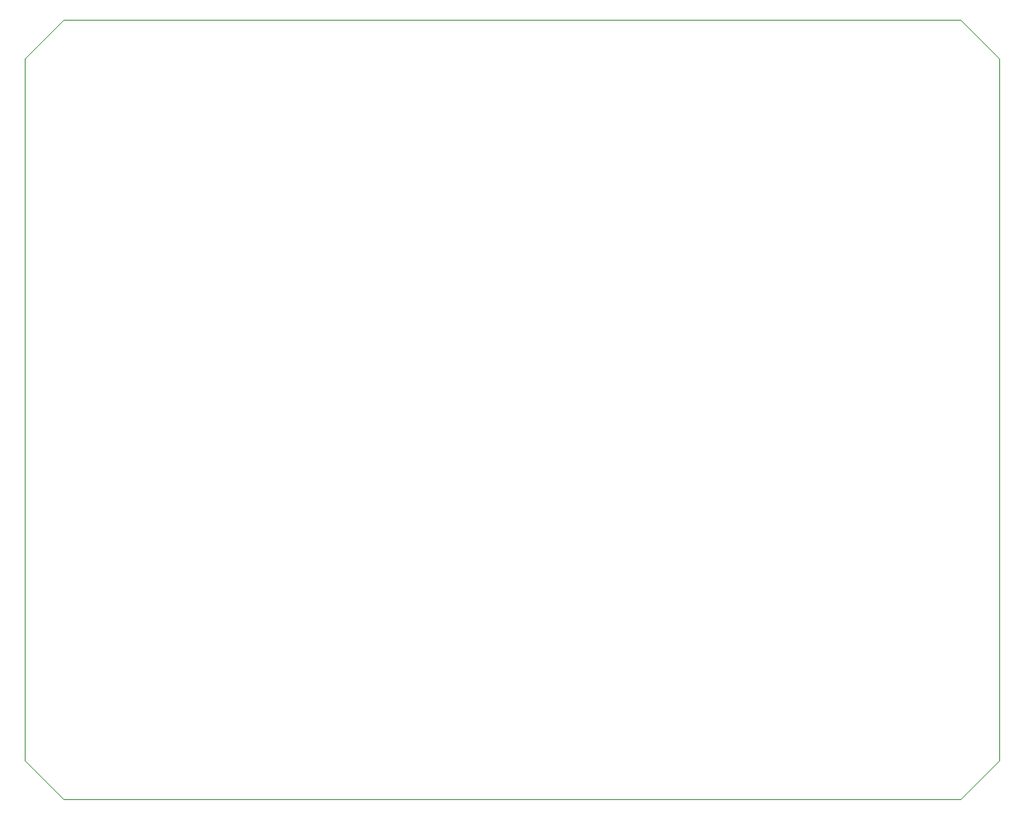
<source format=gko>
G04*
G04 #@! TF.GenerationSoftware,Altium Limited,Altium Designer,23.11.1 (41)*
G04*
G04 Layer_Color=8388736*
%FSLAX25Y25*%
%MOIN*%
G70*
G04*
G04 #@! TF.SameCoordinates,29EA51B2-5BA9-446F-9376-B5E75E75F833*
G04*
G04*
G04 #@! TF.FilePolarity,Positive*
G04*
G01*
G75*
%ADD16C,0.00394*%
D16*
X393701Y-141732D02*
Y-137795D01*
X377953Y-157480D02*
X393701Y-141732D01*
X15748Y-157480D02*
X377953D01*
X0Y-141732D02*
X15748Y-157480D01*
X0Y-141732D02*
Y141732D01*
X15748Y157480D01*
X377953D01*
X393701Y141732D01*
Y-137795D02*
Y141732D01*
M02*

</source>
